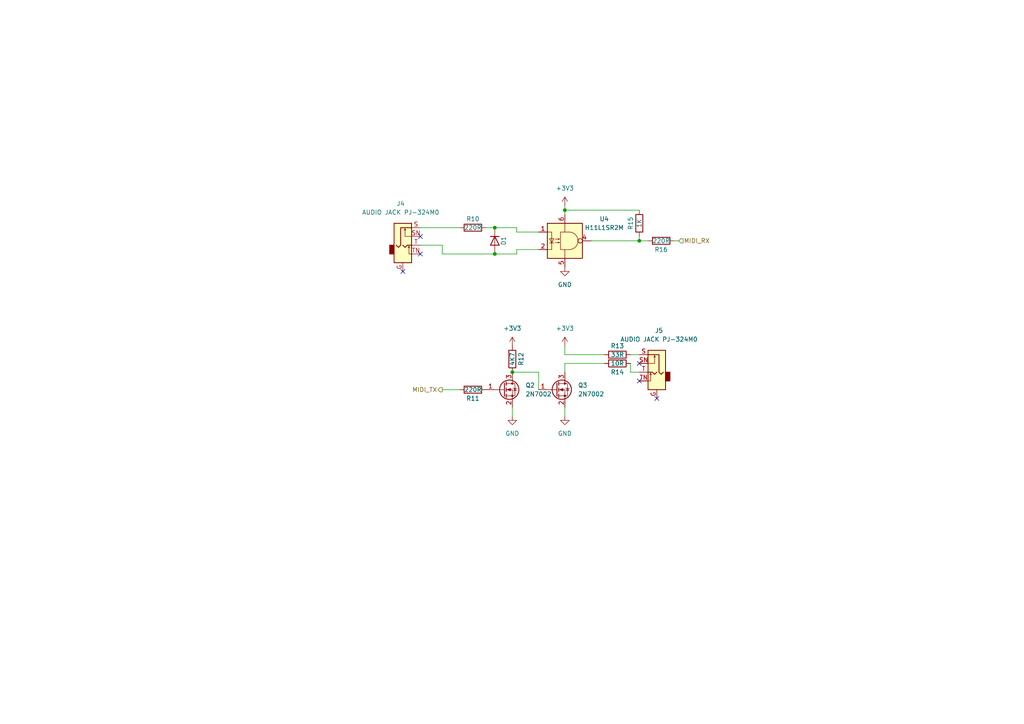
<source format=kicad_sch>
(kicad_sch (version 20231120) (generator "eeschema") (generator_version "8.0")
  (paper "A4")
  (lib_symbols
    (symbol "Connector:AudioJack2_Ground_Switch"
      (property "Reference" "J" (at 0 11.43 0))
      (property "Value" "AudioJack2_Ground_Switch" (at 0 8.89 0))
      (symbol "AudioJack2_Ground_Switch_0_1"
        (rectangle (start -2.54 -2.54) (end -3.81 0) (stroke (width 0.254)) (fill (type outline)))
        (rectangle (start 2.54 6.35) (end -2.54 -5.08) (stroke (width 0.254)) (fill (type background)))
      )
      (symbol "AudioJack2_Ground_Switch_1_1"
        (polyline (pts (xy 0.635 4.826) (xy 0.889 4.318)))
        (polyline (pts (xy 1.778 -0.254) (xy 2.032 -0.762)))
        (polyline (pts (xy 0 0) (xy 0.635 -0.635) (xy 1.27 0) (xy 2.54 0)) (stroke (width 0.254)))
        (polyline (pts (xy 2.54 -2.54) (xy 1.778 -2.54) (xy 1.778 -0.254) (xy 1.524 -0.762)))
        (polyline (pts (xy 2.54 2.54) (xy 0.635 2.54) (xy 0.635 4.826) (xy 0.381 4.318)))
        (polyline (pts (xy 2.54 5.08) (xy -0.635 5.08) (xy -0.635 0) (xy -1.27 -0.635) (xy -1.905 0)) (stroke (width 0.254)))
        (pin passive line (at 0 -7.62 90) (length 2.54) (name "~") (number "G"))
        (pin passive line (at 5.08 5.08 180) (length 2.54) (name "~") (number "S"))
        (pin passive line (at 5.08 2.54 180) (length 2.54) (name "~") (number "SN"))
        (pin passive line (at 5.08 0 180) (length 2.54) (name "~") (number "T"))
        (pin passive line (at 5.08 -2.54 180) (length 2.54) (name "~") (number "TN"))
      )
    )
    (symbol "Device:R" (pin_numbers hide) (pin_names (offset 0))
      (property "Reference" "R" (at 2.032 0 90))
      (property "Value" "R" (at 0 0 90))
      (symbol "R_0_1"
        (rectangle (start -1.016 -2.54) (end 1.016 2.54) (stroke (width 0.254)))
      )
      (symbol "R_1_1"
        (pin passive line (at 0 3.81 270) (length 1.27) (name "~") (number "1"))
        (pin passive line (at 0 -3.81 90) (length 1.27) (name "~") (number "2"))
      )
    )
    (symbol "Diode:US1G" (pin_numbers hide) (pin_names (offset 1.016) hide)
      (property "Reference" "D" (at 0 2.54 0))
      (property "Value" "US1G" (at 0 -2.54 0))
      (symbol "US1G_0_1"
        (polyline (pts (xy -1.27 1.27) (xy -1.27 -1.27)) (stroke (width 0.254)))
        (polyline (pts (xy 1.27 0) (xy -1.27 0)))
        (polyline (pts (xy 1.27 1.27) (xy 1.27 -1.27) (xy -1.27 0) (xy 1.27 1.27)) (stroke (width 0.254)))
      )
      (symbol "US1G_1_1"
        (pin passive line (at -3.81 0 0) (length 2.54) (name "K") (number "1"))
        (pin passive line (at 3.81 0 180) (length 2.54) (name "A") (number "2"))
      )
    )
    (symbol "Isolator:H11L1" (pin_names (offset 1.016))
      (property "Reference" "U" (at 1.27 8.89 0))
      (property "Value" "H11L1" (at 1.27 6.35 0))
      (symbol "H11L1_0_1"
        (rectangle (start -5.08 5.08) (end 5.08 -5.08) (stroke (width 0.254)) (fill (type background)))
        (polyline (pts (xy -4.445 -0.635) (xy -3.175 -0.635)))
        (polyline (pts (xy 0 2.54) (xy 0 5.08)))
        (polyline (pts (xy 0 -2.54) (xy 0 -5.08) (xy 0 -3.81)))
        (polyline (pts (xy -5.08 -2.54) (xy -3.81 -2.54) (xy -3.81 2.54) (xy -5.08 2.54)))
        (polyline (pts (xy -3.81 -0.635) (xy -4.445 0.635) (xy -3.175 0.635) (xy -3.81 -0.635)))
        (polyline (pts (xy 1.27 -2.54) (xy -1.27 -2.54) (xy -1.27 2.54) (xy 1.27 2.54)))
        (polyline (pts (xy -2.794 -0.508) (xy -1.524 -0.508) (xy -1.905 -0.635) (xy -1.905 -0.381) (xy -1.524 -0.508)))
        (polyline (pts (xy -2.794 0.508) (xy -1.524 0.508) (xy -1.905 0.381) (xy -1.905 0.635) (xy -1.524 0.508)))
        (arc (start 1.27 -2.54) (mid 3.799 0) (end 1.27 2.54))
      )
      (symbol "H11L1_1_1"
        (pin passive line (at -7.62 2.54 0) (length 2.54) (name "~") (number "1"))
        (pin passive line (at -7.62 -2.54 0) (length 2.54) (name "~") (number "2"))
        (pin no_connect line (at -5.08 0 0) (length 2.54) hide (name "~") (number "3"))
        (pin output inverted (at 7.62 0 180) (length 3.81) (name "~") (number "4"))
        (pin power_in line (at 0 -7.62 90) (length 2.54) (name "~") (number "5"))
        (pin power_in line (at 0 7.62 270) (length 2.54) (name "~") (number "6"))
      )
    )
    (symbol "Transistor_FET:2N7002" (pin_names hide)
      (property "Reference" "Q" (at 5.08 1.905 0))
      (property "Value" "2N7002" (at 5.08 0 0))
      (symbol "2N7002_0_1"
        (polyline (pts (xy 0.254 0) (xy -2.54 0)))
        (polyline (pts (xy 0.254 1.905) (xy 0.254 -1.905)) (stroke (width 0.254)))
        (polyline (pts (xy 0.762 -1.27) (xy 0.762 -2.286)) (stroke (width 0.254)))
        (polyline (pts (xy 0.762 0.508) (xy 0.762 -0.508)) (stroke (width 0.254)))
        (polyline (pts (xy 0.762 2.286) (xy 0.762 1.27)) (stroke (width 0.254)))
        (polyline (pts (xy 2.54 2.54) (xy 2.54 1.778)))
        (polyline (pts (xy 2.54 -2.54) (xy 2.54 0) (xy 0.762 0)))
        (polyline (pts (xy 0.762 -1.778) (xy 3.302 -1.778) (xy 3.302 1.778) (xy 0.762 1.778)))
        (polyline (pts (xy 1.016 0) (xy 2.032 0.381) (xy 2.032 -0.381) (xy 1.016 0)) (fill (type outline)))
        (polyline (pts (xy 2.794 0.508) (xy 2.921 0.381) (xy 3.683 0.381) (xy 3.81 0.254)))
        (polyline (pts (xy 3.302 0.381) (xy 2.921 -0.254) (xy 3.683 -0.254) (xy 3.302 0.381)))
        (circle (center 1.651 0) (radius 2.794) (stroke (width 0.254)))
        (circle (center 2.54 -1.778) (radius 0.254) (fill (type outline)))
        (circle (center 2.54 1.778) (radius 0.254) (fill (type outline)))
      )
      (symbol "2N7002_1_1"
        (pin input line (at -5.08 0 0) (length 2.54) (name "G") (number "1"))
        (pin passive line (at 2.54 -5.08 90) (length 2.54) (name "S") (number "2"))
        (pin passive line (at 2.54 5.08 270) (length 2.54) (name "D") (number "3"))
      )
    )
    (symbol "power:+3V3" (power) (pin_names (offset 0))
      (property "Value" "+3V3" (at 0 3.556 0))
      (symbol "+3V3_0_1"
        (polyline (pts (xy -0.762 1.27) (xy 0 2.54)))
        (polyline (pts (xy 0 0) (xy 0 2.54)))
        (polyline (pts (xy 0 2.54) (xy 0.762 1.27)))
      )
      (symbol "+3V3_1_1"
        (pin power_in line (at 0 0 90) (length 0) hide (name "+3V3") (number "1"))
      )
    )
    (symbol "power:GND" (power) (pin_names (offset 0))
      (property "Value" "GND" (at 0 -3.81 0))
      (symbol "GND_0_1"
        (polyline (pts (xy 0 0) (xy 0 -1.27) (xy 1.27 -1.27) (xy 0 -2.54) (xy -1.27 -1.27) (xy 0 -1.27)))
      )
      (symbol "GND_1_1"
        (pin power_in line (at 0 0 270) (length 0) hide (name "GND") (number "1"))
      )
    )
  )
  (junction (at 185.42 69.85))
  (junction (at 163.83 60.96))
  (junction (at 148.59 107.95))
  (junction (at 143.51 73.66))
  (junction (at 143.51 66.04))
  (no_connect (at 116.84 78.74))
  (no_connect (at 190.5 115.57))
  (no_connect (at 185.42 110.49))
  (no_connect (at 121.92 68.58))
  (no_connect (at 185.42 105.41))
  (no_connect (at 121.92 73.66))
  (wire (pts (xy 163.83 60.96) (xy 163.83 62.23)))
  (wire (pts (xy 121.92 66.04) (xy 133.35 66.04)))
  (wire (pts (xy 185.42 68.58) (xy 185.42 69.85)))
  (wire (pts (xy 163.83 59.69) (xy 163.83 60.96)))
  (wire (pts (xy 149.86 73.66) (xy 149.86 72.39)))
  (wire (pts (xy 156.21 113.03) (xy 156.21 107.95)))
  (wire (pts (xy 148.59 118.11) (xy 148.59 120.65)))
  (wire (pts (xy 140.97 66.04) (xy 143.51 66.04)))
  (wire (pts (xy 163.83 105.41) (xy 163.83 107.95)))
  (wire (pts (xy 128.27 73.66) (xy 143.51 73.66)))
  (wire (pts (xy 182.88 105.41) (xy 182.88 107.95)))
  (wire (pts (xy 163.83 118.11) (xy 163.83 120.65)))
  (wire (pts (xy 143.51 66.04) (xy 149.86 66.04)))
  (wire (pts (xy 128.27 71.12) (xy 121.92 71.12)))
  (wire (pts (xy 149.86 67.31) (xy 156.21 67.31)))
  (wire (pts (xy 149.86 72.39) (xy 156.21 72.39)))
  (wire (pts (xy 175.26 102.87) (xy 163.83 102.87)))
  (wire (pts (xy 195.58 69.85) (xy 196.85 69.85)))
  (wire (pts (xy 182.88 107.95) (xy 185.42 107.95)))
  (wire (pts (xy 171.45 69.85) (xy 185.42 69.85)))
  (wire (pts (xy 163.83 60.96) (xy 185.42 60.96)))
  (wire (pts (xy 185.42 69.85) (xy 187.96 69.85)))
  (wire (pts (xy 156.21 107.95) (xy 148.59 107.95)))
  (wire (pts (xy 143.51 73.66) (xy 149.86 73.66)))
  (wire (pts (xy 149.86 66.04) (xy 149.86 67.31)))
  (wire (pts (xy 128.27 73.66) (xy 128.27 71.12)))
  (wire (pts (xy 185.42 102.87) (xy 182.88 102.87)))
  (wire (pts (xy 133.35 113.03) (xy 128.27 113.03)))
  (wire (pts (xy 175.26 105.41) (xy 163.83 105.41)))
  (wire (pts (xy 163.83 102.87) (xy 163.83 100.33)))
  (hierarchical_label "MIDI_TX" (shape output) (at 128.27 113.03 180))
  (hierarchical_label "MIDI_RX" (shape input) (at 196.85 69.85 0))
  (symbol (lib_id "Diode:US1G") (at 143.51 69.85 270) (unit 1)
    (property "Reference" "D1" (at 146.05 69.85 0))
    (property "Value" "1N4007FL" (effects (hide yes)))
    (property "Footprint" "Diode_SMD:D_SOD-123F" (effects (hide yes)))
    (property "Datasheet" "https://www.diodes.com/assets/Datasheets/ds16008.pdf" (effects (hide yes)))
    (property "dig#" "1655-1N4007FLCT-ND" (effects (hide yes)))
    (property "mfg#" "1N4007FL" (effects (hide yes)))
    (property "lcsc#" "C2840959" (effects (hide yes)))
  )
  (symbol (lib_id "Device:R") (at 179.07 105.41 270) (mirror x) (unit 1)
    (property "Reference" "R14" (at 179.07 107.95 90))
    (property "Value" "10R" (at 179.07 105.41 90))
    (property "Footprint" "Resistor_SMD:R_0402_1005Metric" (effects (hide yes)))
    (property "PN" "RC0402FR-0710RL" (effects (hide yes)))
    (property "lcsc#" "C138066" (effects (hide yes)))
  )
  (symbol (lib_id "Device:R") (at 148.59 104.14 0) (mirror x) (unit 1)
    (property "Reference" "R12" (at 151.13 104.14 90))
    (property "Value" "4K7" (at 148.59 104.14 90))
    (property "Footprint" "Resistor_SMD:R_0402_1005Metric" (effects (hide yes)))
    (property "PN" "RC0402FR-074K7L" (effects (hide yes)))
    (property "lcsc#" "C105871" (effects (hide yes)))
  )
  (symbol (lib_id "power:GND") (at 163.83 77.47 0) (unit 1)
    (property "Reference" "#PWR018" (effects (hide yes)))
    (property "Value" "GND" (at 163.83 82.55 0))
  )
  (symbol (lib_id "power:GND") (at 148.59 120.65 0) (mirror y) (unit 1)
    (property "Reference" "#PWR016" (effects (hide yes)))
    (property "Value" "GND" (at 148.59 125.73 0))
  )
  (symbol (lib_id "Transistor_FET:2N7002") (at 161.29 113.03 0) (unit 1)
    (property "Reference" "Q3" (at 167.64 111.76 0) (effects (justify left)))
    (property "Value" "2N7002" (at 167.64 114.3 0) (effects (justify left)))
    (property "Footprint" "Package_TO_SOT_SMD:SOT-23" (effects (hide yes)))
    (property "Datasheet" "https://www.onsemi.com/pub/Collateral/NDS7002A-D.PDF" (effects (hide yes)))
    (property "PN" "2N7002ET1G" (effects (hide yes)))
    (property "lcsc#" "C71533" (effects (hide yes)))
  )
  (symbol (lib_id "power:+3V3") (at 163.83 100.33 0) (mirror y) (unit 1)
    (property "Reference" "#PWR019" (effects (hide yes)))
    (property "Value" "+3V3" (at 163.83 95.25 0))
  )
  (symbol (lib_id "Device:R") (at 185.42 64.77 180) (unit 1)
    (property "Reference" "R15" (at 182.88 64.77 90))
    (property "Value" "1K" (at 185.42 64.77 90))
    (property "Footprint" "Resistor_SMD:R_0402_1005Metric" (effects (hide yes)))
    (property "PN" "RC0402FR-071KL" (effects (hide yes)))
    (property "lcsc#" "C2935237" (effects (hide yes)))
  )
  (symbol (lib_id "Device:R") (at 137.16 66.04 90) (unit 1)
    (property "Reference" "R10" (at 137.16 63.5 90))
    (property "Value" "220R" (at 137.16 66.04 90))
    (property "Footprint" "Resistor_SMD:R_0402_1005Metric" (effects (hide yes)))
    (property "PN" "RC0402FR-07220RL" (effects (hide yes)))
    (property "lcsc#" "C112291" (effects (hide yes)))
  )
  (symbol (lib_id "power:GND") (at 163.83 120.65 0) (mirror y) (unit 1)
    (property "Reference" "#PWR020" (effects (hide yes)))
    (property "Value" "GND" (at 163.83 125.73 0))
  )
  (symbol (lib_id "Device:R") (at 137.16 113.03 90) (mirror x) (unit 1)
    (property "Reference" "R11" (at 137.16 115.57 90))
    (property "Value" "220R" (at 137.16 113.03 90))
    (property "Footprint" "Resistor_SMD:R_0402_1005Metric" (effects (hide yes)))
    (property "PN" "RC0402FR-07220RL" (effects (hide yes)))
    (property "lcsc#" "C112291" (effects (hide yes)))
  )
  (symbol (lib_id "Transistor_FET:2N7002") (at 146.05 113.03 0) (unit 1)
    (property "Reference" "Q2" (at 152.4 111.76 0) (effects (justify left)))
    (property "Value" "2N7002" (at 152.4 114.3 0) (effects (justify left)))
    (property "Footprint" "Package_TO_SOT_SMD:SOT-23" (effects (hide yes)))
    (property "Datasheet" "https://www.onsemi.com/pub/Collateral/NDS7002A-D.PDF" (effects (hide yes)))
    (property "PN" "2N7002ET1G" (effects (hide yes)))
    (property "lcsc#" "C71533" (effects (hide yes)))
  )
  (symbol (lib_id "Isolator:H11L1") (at 163.83 69.85 0) (unit 1)
    (property "Reference" "U4" (at 175.26 63.5 0))
    (property "Value" "H11L1SR2M" (at 175.26 66.04 0))
    (property "Footprint" "Package_DIP:DIP-6_W8.89mm_SMDSocket_LongPads" (effects (hide yes)))
    (property "Datasheet" "https://datasheet.lcsc.com/lcsc/1810271613_onsemi-H11L1SR2M_C20082.pdf" (effects (hide yes)))
    (property "PN" "H11L1SR2M" (effects (hide yes)))
    (property "lcsc#" "C20082" (effects (hide yes)))
  )
  (symbol (lib_id "power:+3V3") (at 163.83 59.69 0) (unit 1)
    (property "Reference" "#PWR017" (effects (hide yes)))
    (property "Value" "+3V3" (at 163.83 54.61 0))
  )
  (symbol (lib_id "power:+3V3") (at 148.59 100.33 0) (mirror y) (unit 1)
    (property "Reference" "#PWR015" (effects (hide yes)))
    (property "Value" "+3V3" (at 148.59 95.25 0))
  )
  (symbol (lib_id "Connector:AudioJack2_Ground_Switch") (at 190.5 107.95 0) (mirror y) (unit 1)
    (property "Reference" "J5" (at 191.135 95.885 0))
    (property "Value" "AUDIO JACK PJ-324M0" (at 191.135 98.425 0))
    (property "Footprint" "pj3410:pj324m" (effects (hide yes)))
    (property "Datasheet" "https://datasheet.lcsc.com/lcsc/2110120730_XKB-Connectivity-PJ-324M0_C2884986.pdf" (effects (hide yes)))
    (property "lcsc#" "C2884986" (effects (hide yes)))
    (property "mfg#" "PJ-324M0" (effects (hide yes)))
  )
  (symbol (lib_id "Device:R") (at 191.77 69.85 270) (unit 1)
    (property "Reference" "R16" (at 191.77 72.39 90))
    (property "Value" "220R" (at 191.77 69.85 90))
    (property "Footprint" "Resistor_SMD:R_0402_1005Metric" (effects (hide yes)))
    (property "PN" "RC0402FR-07220RL" (effects (hide yes)))
    (property "lcsc#" "C112291" (effects (hide yes)))
  )
  (symbol (lib_id "Connector:AudioJack2_Ground_Switch") (at 116.84 71.12 0) (unit 1)
    (property "Reference" "J4" (at 116.205 59.055 0))
    (property "Value" "AUDIO JACK PJ-324M0" (at 116.205 61.595 0))
    (property "Footprint" "pj3410:pj324m" (effects (hide yes)))
    (property "Datasheet" "https://datasheet.lcsc.com/lcsc/2110120730_XKB-Connectivity-PJ-324M0_C2884986.pdf" (effects (hide yes)))
    (property "lcsc#" "C2884986" (effects (hide yes)))
    (property "mfg#" "PJ-324M0" (effects (hide yes)))
  )
  (symbol (lib_id "Device:R") (at 179.07 102.87 270) (mirror x) (unit 1)
    (property "Reference" "R13" (at 179.07 100.33 90))
    (property "Value" "33R" (at 179.07 102.87 90))
    (property "Footprint" "Resistor_SMD:R_0402_1005Metric" (effects (hide yes)))
    (property "PN" "RC0402FR-0733RL" (effects (hide yes)))
    (property "lcsc#" "C138002" (effects (hide yes)))
  )
)
</source>
